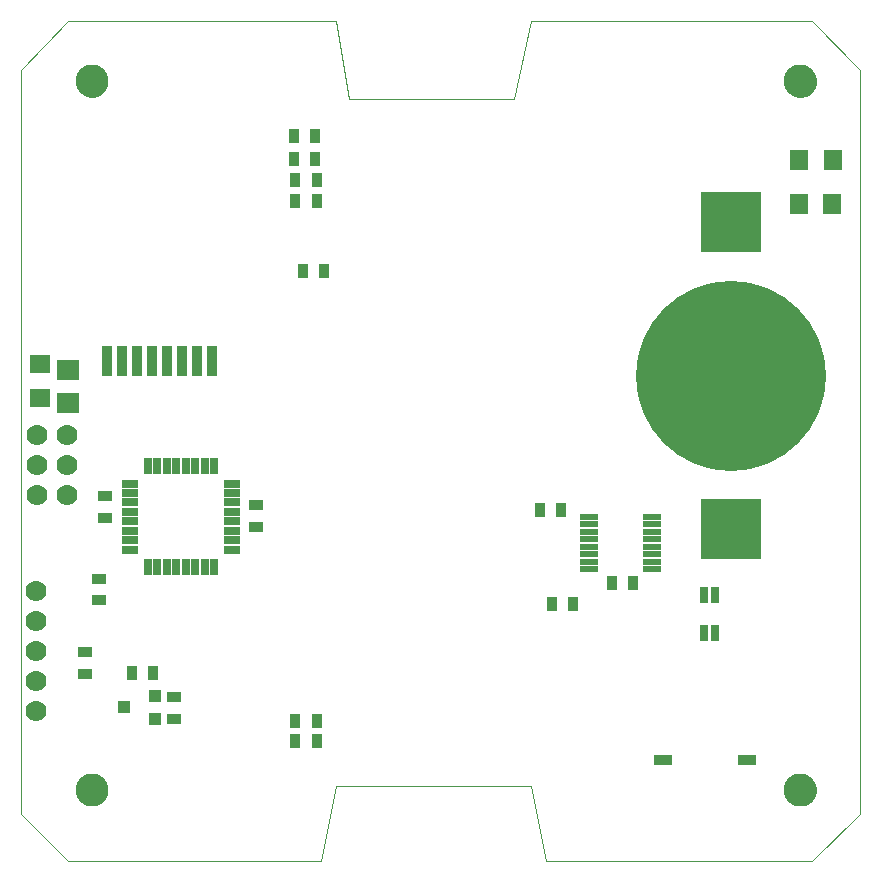
<source format=gts>
G75*
%MOIN*%
%OFA0B0*%
%FSLAX25Y25*%
%IPPOS*%
%LPD*%
%AMOC8*
5,1,8,0,0,1.08239X$1,22.5*
%
%ADD10C,0.00000*%
%ADD11R,0.07487X0.06699*%
%ADD12R,0.05124X0.03550*%
%ADD13R,0.03550X0.05124*%
%ADD14R,0.06699X0.05912*%
%ADD15R,0.05912X0.06699*%
%ADD16C,0.07000*%
%ADD17R,0.03400X0.10400*%
%ADD18R,0.05400X0.02600*%
%ADD19R,0.02600X0.05400*%
%ADD20R,0.03943X0.04337*%
%ADD21C,0.63392*%
%ADD22R,0.20085X0.20085*%
%ADD23R,0.06400X0.03400*%
%ADD24R,0.05900X0.01900*%
%ADD25R,0.02900X0.05400*%
%ADD26C,0.11024*%
%ADD27C,0.10636*%
D10*
X0024471Y0016748D02*
X0024471Y0264780D01*
X0040219Y0281000D01*
X0129471Y0281000D01*
X0133971Y0255000D01*
X0188971Y0255000D01*
X0194471Y0281000D01*
X0288250Y0281000D01*
X0303998Y0264780D01*
X0303998Y0016748D01*
X0288250Y0001000D01*
X0199471Y0001000D01*
X0194471Y0026000D01*
X0129471Y0026000D01*
X0124471Y0001000D01*
X0040219Y0001000D01*
X0024471Y0016748D01*
X0042975Y0024622D02*
X0042977Y0024765D01*
X0042983Y0024908D01*
X0042993Y0025050D01*
X0043007Y0025192D01*
X0043025Y0025334D01*
X0043047Y0025476D01*
X0043072Y0025616D01*
X0043102Y0025756D01*
X0043136Y0025895D01*
X0043173Y0026033D01*
X0043215Y0026170D01*
X0043260Y0026305D01*
X0043309Y0026439D01*
X0043361Y0026572D01*
X0043417Y0026704D01*
X0043477Y0026833D01*
X0043541Y0026961D01*
X0043608Y0027088D01*
X0043679Y0027212D01*
X0043753Y0027334D01*
X0043830Y0027454D01*
X0043911Y0027572D01*
X0043995Y0027688D01*
X0044082Y0027801D01*
X0044172Y0027912D01*
X0044266Y0028020D01*
X0044362Y0028126D01*
X0044461Y0028228D01*
X0044564Y0028328D01*
X0044668Y0028425D01*
X0044776Y0028520D01*
X0044886Y0028611D01*
X0044999Y0028699D01*
X0045114Y0028783D01*
X0045231Y0028865D01*
X0045351Y0028943D01*
X0045472Y0029018D01*
X0045596Y0029090D01*
X0045722Y0029158D01*
X0045849Y0029222D01*
X0045979Y0029283D01*
X0046110Y0029340D01*
X0046242Y0029394D01*
X0046376Y0029443D01*
X0046511Y0029490D01*
X0046648Y0029532D01*
X0046786Y0029570D01*
X0046924Y0029605D01*
X0047064Y0029635D01*
X0047204Y0029662D01*
X0047345Y0029685D01*
X0047487Y0029704D01*
X0047629Y0029719D01*
X0047772Y0029730D01*
X0047914Y0029737D01*
X0048057Y0029740D01*
X0048200Y0029739D01*
X0048343Y0029734D01*
X0048486Y0029725D01*
X0048628Y0029712D01*
X0048770Y0029695D01*
X0048911Y0029674D01*
X0049052Y0029649D01*
X0049192Y0029621D01*
X0049331Y0029588D01*
X0049469Y0029551D01*
X0049606Y0029511D01*
X0049742Y0029467D01*
X0049877Y0029419D01*
X0050010Y0029367D01*
X0050142Y0029312D01*
X0050272Y0029253D01*
X0050401Y0029190D01*
X0050527Y0029124D01*
X0050652Y0029054D01*
X0050775Y0028981D01*
X0050895Y0028905D01*
X0051014Y0028825D01*
X0051130Y0028741D01*
X0051244Y0028655D01*
X0051355Y0028565D01*
X0051464Y0028473D01*
X0051570Y0028377D01*
X0051674Y0028279D01*
X0051775Y0028177D01*
X0051872Y0028073D01*
X0051967Y0027966D01*
X0052059Y0027857D01*
X0052148Y0027745D01*
X0052234Y0027630D01*
X0052316Y0027514D01*
X0052395Y0027394D01*
X0052471Y0027273D01*
X0052543Y0027150D01*
X0052612Y0027025D01*
X0052677Y0026898D01*
X0052739Y0026769D01*
X0052797Y0026638D01*
X0052852Y0026506D01*
X0052902Y0026372D01*
X0052949Y0026237D01*
X0052993Y0026101D01*
X0053032Y0025964D01*
X0053067Y0025825D01*
X0053099Y0025686D01*
X0053127Y0025546D01*
X0053151Y0025405D01*
X0053171Y0025263D01*
X0053187Y0025121D01*
X0053199Y0024979D01*
X0053207Y0024836D01*
X0053211Y0024693D01*
X0053211Y0024551D01*
X0053207Y0024408D01*
X0053199Y0024265D01*
X0053187Y0024123D01*
X0053171Y0023981D01*
X0053151Y0023839D01*
X0053127Y0023698D01*
X0053099Y0023558D01*
X0053067Y0023419D01*
X0053032Y0023280D01*
X0052993Y0023143D01*
X0052949Y0023007D01*
X0052902Y0022872D01*
X0052852Y0022738D01*
X0052797Y0022606D01*
X0052739Y0022475D01*
X0052677Y0022346D01*
X0052612Y0022219D01*
X0052543Y0022094D01*
X0052471Y0021971D01*
X0052395Y0021850D01*
X0052316Y0021730D01*
X0052234Y0021614D01*
X0052148Y0021499D01*
X0052059Y0021387D01*
X0051967Y0021278D01*
X0051872Y0021171D01*
X0051775Y0021067D01*
X0051674Y0020965D01*
X0051570Y0020867D01*
X0051464Y0020771D01*
X0051355Y0020679D01*
X0051244Y0020589D01*
X0051130Y0020503D01*
X0051014Y0020419D01*
X0050895Y0020339D01*
X0050775Y0020263D01*
X0050652Y0020190D01*
X0050527Y0020120D01*
X0050401Y0020054D01*
X0050272Y0019991D01*
X0050142Y0019932D01*
X0050010Y0019877D01*
X0049877Y0019825D01*
X0049742Y0019777D01*
X0049606Y0019733D01*
X0049469Y0019693D01*
X0049331Y0019656D01*
X0049192Y0019623D01*
X0049052Y0019595D01*
X0048911Y0019570D01*
X0048770Y0019549D01*
X0048628Y0019532D01*
X0048486Y0019519D01*
X0048343Y0019510D01*
X0048200Y0019505D01*
X0048057Y0019504D01*
X0047914Y0019507D01*
X0047772Y0019514D01*
X0047629Y0019525D01*
X0047487Y0019540D01*
X0047345Y0019559D01*
X0047204Y0019582D01*
X0047064Y0019609D01*
X0046924Y0019639D01*
X0046786Y0019674D01*
X0046648Y0019712D01*
X0046511Y0019754D01*
X0046376Y0019801D01*
X0046242Y0019850D01*
X0046110Y0019904D01*
X0045979Y0019961D01*
X0045849Y0020022D01*
X0045722Y0020086D01*
X0045596Y0020154D01*
X0045472Y0020226D01*
X0045351Y0020301D01*
X0045231Y0020379D01*
X0045114Y0020461D01*
X0044999Y0020545D01*
X0044886Y0020633D01*
X0044776Y0020724D01*
X0044668Y0020819D01*
X0044564Y0020916D01*
X0044461Y0021016D01*
X0044362Y0021118D01*
X0044266Y0021224D01*
X0044172Y0021332D01*
X0044082Y0021443D01*
X0043995Y0021556D01*
X0043911Y0021672D01*
X0043830Y0021790D01*
X0043753Y0021910D01*
X0043679Y0022032D01*
X0043608Y0022156D01*
X0043541Y0022283D01*
X0043477Y0022411D01*
X0043417Y0022540D01*
X0043361Y0022672D01*
X0043309Y0022805D01*
X0043260Y0022939D01*
X0043215Y0023074D01*
X0043173Y0023211D01*
X0043136Y0023349D01*
X0043102Y0023488D01*
X0043072Y0023628D01*
X0043047Y0023768D01*
X0043025Y0023910D01*
X0043007Y0024052D01*
X0042993Y0024194D01*
X0042983Y0024336D01*
X0042977Y0024479D01*
X0042975Y0024622D01*
X0279195Y0024622D02*
X0279197Y0024765D01*
X0279203Y0024908D01*
X0279213Y0025050D01*
X0279227Y0025192D01*
X0279245Y0025334D01*
X0279267Y0025476D01*
X0279292Y0025616D01*
X0279322Y0025756D01*
X0279356Y0025895D01*
X0279393Y0026033D01*
X0279435Y0026170D01*
X0279480Y0026305D01*
X0279529Y0026439D01*
X0279581Y0026572D01*
X0279637Y0026704D01*
X0279697Y0026833D01*
X0279761Y0026961D01*
X0279828Y0027088D01*
X0279899Y0027212D01*
X0279973Y0027334D01*
X0280050Y0027454D01*
X0280131Y0027572D01*
X0280215Y0027688D01*
X0280302Y0027801D01*
X0280392Y0027912D01*
X0280486Y0028020D01*
X0280582Y0028126D01*
X0280681Y0028228D01*
X0280784Y0028328D01*
X0280888Y0028425D01*
X0280996Y0028520D01*
X0281106Y0028611D01*
X0281219Y0028699D01*
X0281334Y0028783D01*
X0281451Y0028865D01*
X0281571Y0028943D01*
X0281692Y0029018D01*
X0281816Y0029090D01*
X0281942Y0029158D01*
X0282069Y0029222D01*
X0282199Y0029283D01*
X0282330Y0029340D01*
X0282462Y0029394D01*
X0282596Y0029443D01*
X0282731Y0029490D01*
X0282868Y0029532D01*
X0283006Y0029570D01*
X0283144Y0029605D01*
X0283284Y0029635D01*
X0283424Y0029662D01*
X0283565Y0029685D01*
X0283707Y0029704D01*
X0283849Y0029719D01*
X0283992Y0029730D01*
X0284134Y0029737D01*
X0284277Y0029740D01*
X0284420Y0029739D01*
X0284563Y0029734D01*
X0284706Y0029725D01*
X0284848Y0029712D01*
X0284990Y0029695D01*
X0285131Y0029674D01*
X0285272Y0029649D01*
X0285412Y0029621D01*
X0285551Y0029588D01*
X0285689Y0029551D01*
X0285826Y0029511D01*
X0285962Y0029467D01*
X0286097Y0029419D01*
X0286230Y0029367D01*
X0286362Y0029312D01*
X0286492Y0029253D01*
X0286621Y0029190D01*
X0286747Y0029124D01*
X0286872Y0029054D01*
X0286995Y0028981D01*
X0287115Y0028905D01*
X0287234Y0028825D01*
X0287350Y0028741D01*
X0287464Y0028655D01*
X0287575Y0028565D01*
X0287684Y0028473D01*
X0287790Y0028377D01*
X0287894Y0028279D01*
X0287995Y0028177D01*
X0288092Y0028073D01*
X0288187Y0027966D01*
X0288279Y0027857D01*
X0288368Y0027745D01*
X0288454Y0027630D01*
X0288536Y0027514D01*
X0288615Y0027394D01*
X0288691Y0027273D01*
X0288763Y0027150D01*
X0288832Y0027025D01*
X0288897Y0026898D01*
X0288959Y0026769D01*
X0289017Y0026638D01*
X0289072Y0026506D01*
X0289122Y0026372D01*
X0289169Y0026237D01*
X0289213Y0026101D01*
X0289252Y0025964D01*
X0289287Y0025825D01*
X0289319Y0025686D01*
X0289347Y0025546D01*
X0289371Y0025405D01*
X0289391Y0025263D01*
X0289407Y0025121D01*
X0289419Y0024979D01*
X0289427Y0024836D01*
X0289431Y0024693D01*
X0289431Y0024551D01*
X0289427Y0024408D01*
X0289419Y0024265D01*
X0289407Y0024123D01*
X0289391Y0023981D01*
X0289371Y0023839D01*
X0289347Y0023698D01*
X0289319Y0023558D01*
X0289287Y0023419D01*
X0289252Y0023280D01*
X0289213Y0023143D01*
X0289169Y0023007D01*
X0289122Y0022872D01*
X0289072Y0022738D01*
X0289017Y0022606D01*
X0288959Y0022475D01*
X0288897Y0022346D01*
X0288832Y0022219D01*
X0288763Y0022094D01*
X0288691Y0021971D01*
X0288615Y0021850D01*
X0288536Y0021730D01*
X0288454Y0021614D01*
X0288368Y0021499D01*
X0288279Y0021387D01*
X0288187Y0021278D01*
X0288092Y0021171D01*
X0287995Y0021067D01*
X0287894Y0020965D01*
X0287790Y0020867D01*
X0287684Y0020771D01*
X0287575Y0020679D01*
X0287464Y0020589D01*
X0287350Y0020503D01*
X0287234Y0020419D01*
X0287115Y0020339D01*
X0286995Y0020263D01*
X0286872Y0020190D01*
X0286747Y0020120D01*
X0286621Y0020054D01*
X0286492Y0019991D01*
X0286362Y0019932D01*
X0286230Y0019877D01*
X0286097Y0019825D01*
X0285962Y0019777D01*
X0285826Y0019733D01*
X0285689Y0019693D01*
X0285551Y0019656D01*
X0285412Y0019623D01*
X0285272Y0019595D01*
X0285131Y0019570D01*
X0284990Y0019549D01*
X0284848Y0019532D01*
X0284706Y0019519D01*
X0284563Y0019510D01*
X0284420Y0019505D01*
X0284277Y0019504D01*
X0284134Y0019507D01*
X0283992Y0019514D01*
X0283849Y0019525D01*
X0283707Y0019540D01*
X0283565Y0019559D01*
X0283424Y0019582D01*
X0283284Y0019609D01*
X0283144Y0019639D01*
X0283006Y0019674D01*
X0282868Y0019712D01*
X0282731Y0019754D01*
X0282596Y0019801D01*
X0282462Y0019850D01*
X0282330Y0019904D01*
X0282199Y0019961D01*
X0282069Y0020022D01*
X0281942Y0020086D01*
X0281816Y0020154D01*
X0281692Y0020226D01*
X0281571Y0020301D01*
X0281451Y0020379D01*
X0281334Y0020461D01*
X0281219Y0020545D01*
X0281106Y0020633D01*
X0280996Y0020724D01*
X0280888Y0020819D01*
X0280784Y0020916D01*
X0280681Y0021016D01*
X0280582Y0021118D01*
X0280486Y0021224D01*
X0280392Y0021332D01*
X0280302Y0021443D01*
X0280215Y0021556D01*
X0280131Y0021672D01*
X0280050Y0021790D01*
X0279973Y0021910D01*
X0279899Y0022032D01*
X0279828Y0022156D01*
X0279761Y0022283D01*
X0279697Y0022411D01*
X0279637Y0022540D01*
X0279581Y0022672D01*
X0279529Y0022805D01*
X0279480Y0022939D01*
X0279435Y0023074D01*
X0279393Y0023211D01*
X0279356Y0023349D01*
X0279322Y0023488D01*
X0279292Y0023628D01*
X0279267Y0023768D01*
X0279245Y0023910D01*
X0279227Y0024052D01*
X0279213Y0024194D01*
X0279203Y0024336D01*
X0279197Y0024479D01*
X0279195Y0024622D01*
X0279195Y0260843D02*
X0279197Y0260986D01*
X0279203Y0261129D01*
X0279213Y0261271D01*
X0279227Y0261413D01*
X0279245Y0261555D01*
X0279267Y0261697D01*
X0279292Y0261837D01*
X0279322Y0261977D01*
X0279356Y0262116D01*
X0279393Y0262254D01*
X0279435Y0262391D01*
X0279480Y0262526D01*
X0279529Y0262660D01*
X0279581Y0262793D01*
X0279637Y0262925D01*
X0279697Y0263054D01*
X0279761Y0263182D01*
X0279828Y0263309D01*
X0279899Y0263433D01*
X0279973Y0263555D01*
X0280050Y0263675D01*
X0280131Y0263793D01*
X0280215Y0263909D01*
X0280302Y0264022D01*
X0280392Y0264133D01*
X0280486Y0264241D01*
X0280582Y0264347D01*
X0280681Y0264449D01*
X0280784Y0264549D01*
X0280888Y0264646D01*
X0280996Y0264741D01*
X0281106Y0264832D01*
X0281219Y0264920D01*
X0281334Y0265004D01*
X0281451Y0265086D01*
X0281571Y0265164D01*
X0281692Y0265239D01*
X0281816Y0265311D01*
X0281942Y0265379D01*
X0282069Y0265443D01*
X0282199Y0265504D01*
X0282330Y0265561D01*
X0282462Y0265615D01*
X0282596Y0265664D01*
X0282731Y0265711D01*
X0282868Y0265753D01*
X0283006Y0265791D01*
X0283144Y0265826D01*
X0283284Y0265856D01*
X0283424Y0265883D01*
X0283565Y0265906D01*
X0283707Y0265925D01*
X0283849Y0265940D01*
X0283992Y0265951D01*
X0284134Y0265958D01*
X0284277Y0265961D01*
X0284420Y0265960D01*
X0284563Y0265955D01*
X0284706Y0265946D01*
X0284848Y0265933D01*
X0284990Y0265916D01*
X0285131Y0265895D01*
X0285272Y0265870D01*
X0285412Y0265842D01*
X0285551Y0265809D01*
X0285689Y0265772D01*
X0285826Y0265732D01*
X0285962Y0265688D01*
X0286097Y0265640D01*
X0286230Y0265588D01*
X0286362Y0265533D01*
X0286492Y0265474D01*
X0286621Y0265411D01*
X0286747Y0265345D01*
X0286872Y0265275D01*
X0286995Y0265202D01*
X0287115Y0265126D01*
X0287234Y0265046D01*
X0287350Y0264962D01*
X0287464Y0264876D01*
X0287575Y0264786D01*
X0287684Y0264694D01*
X0287790Y0264598D01*
X0287894Y0264500D01*
X0287995Y0264398D01*
X0288092Y0264294D01*
X0288187Y0264187D01*
X0288279Y0264078D01*
X0288368Y0263966D01*
X0288454Y0263851D01*
X0288536Y0263735D01*
X0288615Y0263615D01*
X0288691Y0263494D01*
X0288763Y0263371D01*
X0288832Y0263246D01*
X0288897Y0263119D01*
X0288959Y0262990D01*
X0289017Y0262859D01*
X0289072Y0262727D01*
X0289122Y0262593D01*
X0289169Y0262458D01*
X0289213Y0262322D01*
X0289252Y0262185D01*
X0289287Y0262046D01*
X0289319Y0261907D01*
X0289347Y0261767D01*
X0289371Y0261626D01*
X0289391Y0261484D01*
X0289407Y0261342D01*
X0289419Y0261200D01*
X0289427Y0261057D01*
X0289431Y0260914D01*
X0289431Y0260772D01*
X0289427Y0260629D01*
X0289419Y0260486D01*
X0289407Y0260344D01*
X0289391Y0260202D01*
X0289371Y0260060D01*
X0289347Y0259919D01*
X0289319Y0259779D01*
X0289287Y0259640D01*
X0289252Y0259501D01*
X0289213Y0259364D01*
X0289169Y0259228D01*
X0289122Y0259093D01*
X0289072Y0258959D01*
X0289017Y0258827D01*
X0288959Y0258696D01*
X0288897Y0258567D01*
X0288832Y0258440D01*
X0288763Y0258315D01*
X0288691Y0258192D01*
X0288615Y0258071D01*
X0288536Y0257951D01*
X0288454Y0257835D01*
X0288368Y0257720D01*
X0288279Y0257608D01*
X0288187Y0257499D01*
X0288092Y0257392D01*
X0287995Y0257288D01*
X0287894Y0257186D01*
X0287790Y0257088D01*
X0287684Y0256992D01*
X0287575Y0256900D01*
X0287464Y0256810D01*
X0287350Y0256724D01*
X0287234Y0256640D01*
X0287115Y0256560D01*
X0286995Y0256484D01*
X0286872Y0256411D01*
X0286747Y0256341D01*
X0286621Y0256275D01*
X0286492Y0256212D01*
X0286362Y0256153D01*
X0286230Y0256098D01*
X0286097Y0256046D01*
X0285962Y0255998D01*
X0285826Y0255954D01*
X0285689Y0255914D01*
X0285551Y0255877D01*
X0285412Y0255844D01*
X0285272Y0255816D01*
X0285131Y0255791D01*
X0284990Y0255770D01*
X0284848Y0255753D01*
X0284706Y0255740D01*
X0284563Y0255731D01*
X0284420Y0255726D01*
X0284277Y0255725D01*
X0284134Y0255728D01*
X0283992Y0255735D01*
X0283849Y0255746D01*
X0283707Y0255761D01*
X0283565Y0255780D01*
X0283424Y0255803D01*
X0283284Y0255830D01*
X0283144Y0255860D01*
X0283006Y0255895D01*
X0282868Y0255933D01*
X0282731Y0255975D01*
X0282596Y0256022D01*
X0282462Y0256071D01*
X0282330Y0256125D01*
X0282199Y0256182D01*
X0282069Y0256243D01*
X0281942Y0256307D01*
X0281816Y0256375D01*
X0281692Y0256447D01*
X0281571Y0256522D01*
X0281451Y0256600D01*
X0281334Y0256682D01*
X0281219Y0256766D01*
X0281106Y0256854D01*
X0280996Y0256945D01*
X0280888Y0257040D01*
X0280784Y0257137D01*
X0280681Y0257237D01*
X0280582Y0257339D01*
X0280486Y0257445D01*
X0280392Y0257553D01*
X0280302Y0257664D01*
X0280215Y0257777D01*
X0280131Y0257893D01*
X0280050Y0258011D01*
X0279973Y0258131D01*
X0279899Y0258253D01*
X0279828Y0258377D01*
X0279761Y0258504D01*
X0279697Y0258632D01*
X0279637Y0258761D01*
X0279581Y0258893D01*
X0279529Y0259026D01*
X0279480Y0259160D01*
X0279435Y0259295D01*
X0279393Y0259432D01*
X0279356Y0259570D01*
X0279322Y0259709D01*
X0279292Y0259849D01*
X0279267Y0259989D01*
X0279245Y0260131D01*
X0279227Y0260273D01*
X0279213Y0260415D01*
X0279203Y0260557D01*
X0279197Y0260700D01*
X0279195Y0260843D01*
X0042975Y0260843D02*
X0042977Y0260986D01*
X0042983Y0261129D01*
X0042993Y0261271D01*
X0043007Y0261413D01*
X0043025Y0261555D01*
X0043047Y0261697D01*
X0043072Y0261837D01*
X0043102Y0261977D01*
X0043136Y0262116D01*
X0043173Y0262254D01*
X0043215Y0262391D01*
X0043260Y0262526D01*
X0043309Y0262660D01*
X0043361Y0262793D01*
X0043417Y0262925D01*
X0043477Y0263054D01*
X0043541Y0263182D01*
X0043608Y0263309D01*
X0043679Y0263433D01*
X0043753Y0263555D01*
X0043830Y0263675D01*
X0043911Y0263793D01*
X0043995Y0263909D01*
X0044082Y0264022D01*
X0044172Y0264133D01*
X0044266Y0264241D01*
X0044362Y0264347D01*
X0044461Y0264449D01*
X0044564Y0264549D01*
X0044668Y0264646D01*
X0044776Y0264741D01*
X0044886Y0264832D01*
X0044999Y0264920D01*
X0045114Y0265004D01*
X0045231Y0265086D01*
X0045351Y0265164D01*
X0045472Y0265239D01*
X0045596Y0265311D01*
X0045722Y0265379D01*
X0045849Y0265443D01*
X0045979Y0265504D01*
X0046110Y0265561D01*
X0046242Y0265615D01*
X0046376Y0265664D01*
X0046511Y0265711D01*
X0046648Y0265753D01*
X0046786Y0265791D01*
X0046924Y0265826D01*
X0047064Y0265856D01*
X0047204Y0265883D01*
X0047345Y0265906D01*
X0047487Y0265925D01*
X0047629Y0265940D01*
X0047772Y0265951D01*
X0047914Y0265958D01*
X0048057Y0265961D01*
X0048200Y0265960D01*
X0048343Y0265955D01*
X0048486Y0265946D01*
X0048628Y0265933D01*
X0048770Y0265916D01*
X0048911Y0265895D01*
X0049052Y0265870D01*
X0049192Y0265842D01*
X0049331Y0265809D01*
X0049469Y0265772D01*
X0049606Y0265732D01*
X0049742Y0265688D01*
X0049877Y0265640D01*
X0050010Y0265588D01*
X0050142Y0265533D01*
X0050272Y0265474D01*
X0050401Y0265411D01*
X0050527Y0265345D01*
X0050652Y0265275D01*
X0050775Y0265202D01*
X0050895Y0265126D01*
X0051014Y0265046D01*
X0051130Y0264962D01*
X0051244Y0264876D01*
X0051355Y0264786D01*
X0051464Y0264694D01*
X0051570Y0264598D01*
X0051674Y0264500D01*
X0051775Y0264398D01*
X0051872Y0264294D01*
X0051967Y0264187D01*
X0052059Y0264078D01*
X0052148Y0263966D01*
X0052234Y0263851D01*
X0052316Y0263735D01*
X0052395Y0263615D01*
X0052471Y0263494D01*
X0052543Y0263371D01*
X0052612Y0263246D01*
X0052677Y0263119D01*
X0052739Y0262990D01*
X0052797Y0262859D01*
X0052852Y0262727D01*
X0052902Y0262593D01*
X0052949Y0262458D01*
X0052993Y0262322D01*
X0053032Y0262185D01*
X0053067Y0262046D01*
X0053099Y0261907D01*
X0053127Y0261767D01*
X0053151Y0261626D01*
X0053171Y0261484D01*
X0053187Y0261342D01*
X0053199Y0261200D01*
X0053207Y0261057D01*
X0053211Y0260914D01*
X0053211Y0260772D01*
X0053207Y0260629D01*
X0053199Y0260486D01*
X0053187Y0260344D01*
X0053171Y0260202D01*
X0053151Y0260060D01*
X0053127Y0259919D01*
X0053099Y0259779D01*
X0053067Y0259640D01*
X0053032Y0259501D01*
X0052993Y0259364D01*
X0052949Y0259228D01*
X0052902Y0259093D01*
X0052852Y0258959D01*
X0052797Y0258827D01*
X0052739Y0258696D01*
X0052677Y0258567D01*
X0052612Y0258440D01*
X0052543Y0258315D01*
X0052471Y0258192D01*
X0052395Y0258071D01*
X0052316Y0257951D01*
X0052234Y0257835D01*
X0052148Y0257720D01*
X0052059Y0257608D01*
X0051967Y0257499D01*
X0051872Y0257392D01*
X0051775Y0257288D01*
X0051674Y0257186D01*
X0051570Y0257088D01*
X0051464Y0256992D01*
X0051355Y0256900D01*
X0051244Y0256810D01*
X0051130Y0256724D01*
X0051014Y0256640D01*
X0050895Y0256560D01*
X0050775Y0256484D01*
X0050652Y0256411D01*
X0050527Y0256341D01*
X0050401Y0256275D01*
X0050272Y0256212D01*
X0050142Y0256153D01*
X0050010Y0256098D01*
X0049877Y0256046D01*
X0049742Y0255998D01*
X0049606Y0255954D01*
X0049469Y0255914D01*
X0049331Y0255877D01*
X0049192Y0255844D01*
X0049052Y0255816D01*
X0048911Y0255791D01*
X0048770Y0255770D01*
X0048628Y0255753D01*
X0048486Y0255740D01*
X0048343Y0255731D01*
X0048200Y0255726D01*
X0048057Y0255725D01*
X0047914Y0255728D01*
X0047772Y0255735D01*
X0047629Y0255746D01*
X0047487Y0255761D01*
X0047345Y0255780D01*
X0047204Y0255803D01*
X0047064Y0255830D01*
X0046924Y0255860D01*
X0046786Y0255895D01*
X0046648Y0255933D01*
X0046511Y0255975D01*
X0046376Y0256022D01*
X0046242Y0256071D01*
X0046110Y0256125D01*
X0045979Y0256182D01*
X0045849Y0256243D01*
X0045722Y0256307D01*
X0045596Y0256375D01*
X0045472Y0256447D01*
X0045351Y0256522D01*
X0045231Y0256600D01*
X0045114Y0256682D01*
X0044999Y0256766D01*
X0044886Y0256854D01*
X0044776Y0256945D01*
X0044668Y0257040D01*
X0044564Y0257137D01*
X0044461Y0257237D01*
X0044362Y0257339D01*
X0044266Y0257445D01*
X0044172Y0257553D01*
X0044082Y0257664D01*
X0043995Y0257777D01*
X0043911Y0257893D01*
X0043830Y0258011D01*
X0043753Y0258131D01*
X0043679Y0258253D01*
X0043608Y0258377D01*
X0043541Y0258504D01*
X0043477Y0258632D01*
X0043417Y0258761D01*
X0043361Y0258893D01*
X0043309Y0259026D01*
X0043260Y0259160D01*
X0043215Y0259295D01*
X0043173Y0259432D01*
X0043136Y0259570D01*
X0043102Y0259709D01*
X0043072Y0259849D01*
X0043047Y0259989D01*
X0043025Y0260131D01*
X0043007Y0260273D01*
X0042993Y0260415D01*
X0042983Y0260557D01*
X0042977Y0260700D01*
X0042975Y0260843D01*
D11*
X0040105Y0164793D03*
X0040105Y0153769D03*
D12*
X0052471Y0122543D03*
X0052471Y0115457D03*
X0050471Y0095043D03*
X0050471Y0087957D03*
X0045971Y0070543D03*
X0045971Y0063457D03*
X0075471Y0055543D03*
X0075471Y0048457D03*
X0102971Y0112457D03*
X0102971Y0119543D03*
D13*
X0068514Y0063500D03*
X0061427Y0063500D03*
X0115927Y0047500D03*
X0115927Y0041000D03*
X0123014Y0041000D03*
X0123014Y0047500D03*
X0201427Y0086500D03*
X0208514Y0086500D03*
X0221427Y0093500D03*
X0228514Y0093500D03*
X0204514Y0118000D03*
X0197427Y0118000D03*
X0125545Y0197535D03*
X0118459Y0197535D03*
X0115927Y0221000D03*
X0115927Y0228000D03*
X0115427Y0235000D03*
X0115427Y0242500D03*
X0122514Y0242500D03*
X0122514Y0235000D03*
X0123014Y0228000D03*
X0123014Y0221000D03*
D14*
X0030771Y0166512D03*
X0030771Y0155488D03*
D15*
X0283892Y0219961D03*
X0294915Y0219961D03*
X0294982Y0234500D03*
X0283959Y0234500D03*
D16*
X0039707Y0142850D03*
X0039707Y0132850D03*
X0029707Y0132850D03*
X0029707Y0142850D03*
X0029707Y0122850D03*
X0039707Y0122850D03*
X0029471Y0091000D03*
X0029471Y0081000D03*
X0029471Y0071000D03*
X0029471Y0061000D03*
X0029471Y0051000D03*
D17*
X0053211Y0167772D03*
X0058211Y0167772D03*
X0063211Y0167772D03*
X0068211Y0167772D03*
X0073211Y0167772D03*
X0078211Y0167772D03*
X0083211Y0167772D03*
X0088211Y0167772D03*
D18*
X0094717Y0126827D03*
X0094717Y0123677D03*
X0094717Y0120528D03*
X0094717Y0117378D03*
X0094717Y0114228D03*
X0094717Y0111079D03*
X0094717Y0107929D03*
X0094717Y0104780D03*
X0060917Y0104780D03*
X0060917Y0107929D03*
X0060917Y0111079D03*
X0060917Y0114228D03*
X0060917Y0117378D03*
X0060917Y0120528D03*
X0060917Y0123677D03*
X0060917Y0126827D03*
D19*
X0066793Y0132703D03*
X0069943Y0132703D03*
X0073093Y0132703D03*
X0076242Y0132703D03*
X0079392Y0132703D03*
X0082541Y0132703D03*
X0085691Y0132703D03*
X0088841Y0132703D03*
X0088841Y0098903D03*
X0085691Y0098903D03*
X0082541Y0098903D03*
X0079392Y0098903D03*
X0076242Y0098903D03*
X0073093Y0098903D03*
X0069943Y0098903D03*
X0066793Y0098903D03*
D20*
X0069077Y0056157D03*
X0069077Y0048283D03*
X0058841Y0052220D03*
D21*
X0261191Y0162732D03*
D22*
X0261191Y0111551D03*
X0261191Y0213913D03*
D23*
X0266372Y0034693D03*
X0238372Y0034693D03*
D24*
X0234971Y0098250D03*
X0234971Y0100750D03*
X0234971Y0103250D03*
X0234971Y0105750D03*
X0234971Y0108250D03*
X0234971Y0110750D03*
X0234971Y0113250D03*
X0234971Y0115750D03*
X0213971Y0115750D03*
X0213971Y0113250D03*
X0213971Y0110750D03*
X0213971Y0108250D03*
X0213971Y0105750D03*
X0213971Y0103250D03*
X0213971Y0100750D03*
X0213971Y0098250D03*
D25*
X0251999Y0089500D03*
X0255942Y0089500D03*
X0255942Y0077000D03*
X0251999Y0077000D03*
D26*
X0284313Y0024622D03*
X0048093Y0024622D03*
X0048093Y0260843D03*
X0284313Y0260843D03*
D27*
X0284313Y0260843D03*
X0048093Y0260843D03*
X0048093Y0024622D03*
X0284313Y0024622D03*
M02*

</source>
